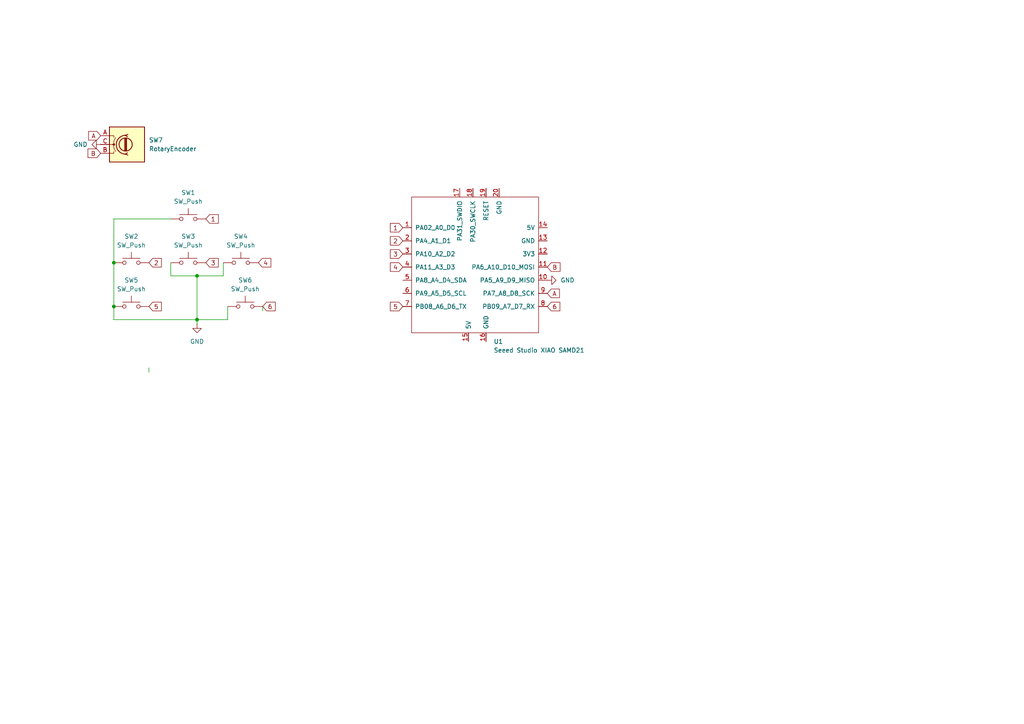
<source format=kicad_sch>
(kicad_sch (version 20231120) (generator "eeschema") (generator_version "8.0")
  (paper "A4")
  (lib_symbols
    (symbol "Device:RotaryEncoder" (pin_names (offset 0.254) hide)
      (property "Reference" "SW" (at 0 6.604 0))
      (property "Value" "RotaryEncoder" (at 0 -6.604 0))
      (symbol "RotaryEncoder_0_1"
        (rectangle (start -5.08 5.08) (end 5.08 -5.08) (stroke (width 0.254)) (fill (type background)))
        (circle (center -3.81 0) (radius 0.254) (fill (type outline)))
        (circle (center -0.381 0) (radius 1.905) (stroke (width 0.254)))
        (arc (start -0.381 2.667) (mid -3.0988 -0.0635) (end -0.381 -2.794) (stroke (width 0.254)))
        (polyline (pts (xy -0.635 -1.778) (xy -0.635 1.778)) (stroke (width 0.254)))
        (polyline (pts (xy -0.381 -1.778) (xy -0.381 1.778)) (stroke (width 0.254)))
        (polyline (pts (xy -0.127 1.778) (xy -0.127 -1.778)) (stroke (width 0.254)))
        (polyline (pts (xy -5.08 -2.54) (xy -3.81 -2.54) (xy -3.81 -2.032)))
        (polyline (pts (xy -5.08 2.54) (xy -3.81 2.54) (xy -3.81 2.032)))
        (polyline (pts (xy 0.254 -3.048) (xy -0.508 -2.794) (xy 0.127 -2.413)) (stroke (width 0.254)))
        (polyline (pts (xy 0.254 2.921) (xy -0.508 2.667) (xy 0.127 2.286)) (stroke (width 0.254)))
        (polyline (pts (xy -5.08 0) (xy -3.81 0) (xy -3.81 -1.016) (xy -3.302 -2.032)))
        (polyline (pts (xy -4.318 0) (xy -3.81 0) (xy -3.81 1.016) (xy -3.302 2.032)))
      )
      (symbol "RotaryEncoder_1_1"
        (pin passive line (at -7.62 2.54 0) (length 2.54) (name "A") (number "A"))
        (pin passive line (at -7.62 -2.54 0) (length 2.54) (name "B") (number "B"))
        (pin passive line (at -7.62 0 0) (length 2.54) (name "C") (number "C"))
      )
    )
    (symbol "Seeed_Studio_XIAO_Series:Seeed Studio XIAO SAMD21" (pin_names (offset 1.016))
      (property "Reference" "U" (at -19.05 22.86 0))
      (property "Value" "Seeed Studio XIAO SAMD21" (at -12.7 21.59 0))
      (symbol "Seeed Studio XIAO SAMD21_0_1"
        (rectangle (start -19.05 20.32) (end 17.78 -19.05))
      )
      (symbol "Seeed Studio XIAO SAMD21_1_1"
        (pin unspecified line (at -21.59 11.43 0) (length 2.54) (name "PA02_A0_D0") (number "1"))
        (pin unspecified line (at 20.32 -3.81 180) (length 2.54) (name "PA5_A9_D9_MISO") (number "10"))
        (pin unspecified line (at 20.32 0 180) (length 2.54) (name "PA6_A10_D10_MOSI") (number "11"))
        (pin unspecified line (at 20.32 3.81 180) (length 2.54) (name "3V3") (number "12"))
        (pin unspecified line (at 20.32 7.62 180) (length 2.54) (name "GND") (number "13"))
        (pin unspecified line (at 20.32 11.43 180) (length 2.54) (name "5V") (number "14"))
        (pin input line (at -2.54 -21.59 90) (length 2.54) (name "5V") (number "15"))
        (pin input line (at 2.54 -21.59 90) (length 2.54) (name "GND") (number "16"))
        (pin input line (at -5.08 22.86 270) (length 2.54) (name "PA31_SWDIO") (number "17"))
        (pin input line (at -1.27 22.86 270) (length 2.54) (name "PA30_SWCLK") (number "18"))
        (pin input line (at 2.54 22.86 270) (length 2.54) (name "RESET") (number "19"))
        (pin unspecified line (at -21.59 7.62 0) (length 2.54) (name "PA4_A1_D1") (number "2"))
        (pin input line (at 6.35 22.86 270) (length 2.54) (name "GND") (number "20"))
        (pin unspecified line (at -21.59 3.81 0) (length 2.54) (name "PA10_A2_D2") (number "3"))
        (pin unspecified line (at -21.59 0 0) (length 2.54) (name "PA11_A3_D3") (number "4"))
        (pin unspecified line (at -21.59 -3.81 0) (length 2.54) (name "PA8_A4_D4_SDA") (number "5"))
        (pin unspecified line (at -21.59 -7.62 0) (length 2.54) (name "PA9_A5_D5_SCL") (number "6"))
        (pin unspecified line (at -21.59 -11.43 0) (length 2.54) (name "PB08_A6_D6_TX") (number "7"))
        (pin unspecified line (at 20.32 -11.43 180) (length 2.54) (name "PB09_A7_D7_RX") (number "8"))
        (pin unspecified line (at 20.32 -7.62 180) (length 2.54) (name "PA7_A8_D8_SCK") (number "9"))
      )
    )
    (symbol "Switch:SW_Push" (pin_numbers hide) (pin_names (offset 1.016) hide)
      (property "Reference" "SW" (at 1.27 2.54 0))
      (property "Value" "SW_Push" (at 0 -1.524 0))
      (symbol "SW_Push_0_1"
        (circle (center -2.032 0) (radius 0.508))
        (polyline (pts (xy 0 1.27) (xy 0 3.048)))
        (polyline (pts (xy 2.54 1.27) (xy -2.54 1.27)))
        (circle (center 2.032 0) (radius 0.508))
        (pin passive line (at -5.08 0 0) (length 2.54) (name "1") (number "1"))
        (pin passive line (at 5.08 0 180) (length 2.54) (name "2") (number "2"))
      )
    )
    (symbol "power:GND" (power) (pin_numbers hide) (pin_names (offset 0) hide)
      (property "Value" "GND" (at 0 -3.81 0))
      (symbol "GND_0_1"
        (polyline (pts (xy 0 0) (xy 0 -1.27) (xy 1.27 -1.27) (xy 0 -2.54) (xy -1.27 -1.27) (xy 0 -1.27)))
      )
      (symbol "GND_1_1"
        (pin power_in line (at 0 0 270) (length 0) (name "~") (number "1"))
      )
    )
  )
  (junction (at 57.15 92.71))
  (junction (at 57.15 80.01))
  (junction (at 33.02 88.9))
  (junction (at 33.02 76.2))
  (wire (pts (xy 49.53 80.01) (xy 57.15 80.01)))
  (wire (pts (xy 43.18 106.68) (xy 43.18 107.95)))
  (wire (pts (xy 57.15 92.71) (xy 57.15 93.98)))
  (wire (pts (xy 76.2 90.17) (xy 76.2 88.9)))
  (wire (pts (xy 66.04 92.71) (xy 57.15 92.71)))
  (wire (pts (xy 66.04 88.9) (xy 66.04 92.71)))
  (wire (pts (xy 64.77 76.2) (xy 64.77 80.01)))
  (wire (pts (xy 64.77 80.01) (xy 57.15 80.01)))
  (wire (pts (xy 33.02 63.5) (xy 33.02 76.2)))
  (wire (pts (xy 33.02 88.9) (xy 33.02 92.71)))
  (wire (pts (xy 49.53 63.5) (xy 33.02 63.5)))
  (wire (pts (xy 33.02 92.71) (xy 57.15 92.71)))
  (wire (pts (xy 49.53 76.2) (xy 49.53 80.01)))
  (wire (pts (xy 33.02 76.2) (xy 33.02 88.9)))
  (wire (pts (xy 57.15 80.01) (xy 57.15 92.71)))
  (global_label "B" (shape input) (at 158.75 77.47 0) (property "Intersheetrefs" "${INTERSHEET_REFS}" (effects (hide yes))))
  (global_label "B" (shape input) (at 29.21 44.45 180) (property "Intersheetrefs" "${INTERSHEET_REFS}" (effects (hide yes))))
  (global_label "6" (shape input) (at 158.75 88.9 0) (property "Intersheetrefs" "${INTERSHEET_REFS}" (effects (hide yes))))
  (global_label "4" (shape input) (at 74.93 76.2 0) (property "Intersheetrefs" "${INTERSHEET_REFS}" (effects (hide yes))))
  (global_label "5" (shape input) (at 116.84 88.9 180) (property "Intersheetrefs" "${INTERSHEET_REFS}" (effects (hide yes))))
  (global_label "3" (shape input) (at 59.69 76.2 0) (property "Intersheetrefs" "${INTERSHEET_REFS}" (effects (hide yes))))
  (global_label "5" (shape input) (at 43.18 88.9 0) (property "Intersheetrefs" "${INTERSHEET_REFS}" (effects (hide yes))))
  (global_label "4" (shape input) (at 116.84 77.47 180) (property "Intersheetrefs" "${INTERSHEET_REFS}" (effects (hide yes))))
  (global_label "A" (shape input) (at 158.75 85.09 0) (property "Intersheetrefs" "${INTERSHEET_REFS}" (effects (hide yes))))
  (global_label "1" (shape input) (at 59.69 63.5 0) (property "Intersheetrefs" "${INTERSHEET_REFS}" (effects (hide yes))))
  (global_label "3" (shape input) (at 116.84 73.66 180) (property "Intersheetrefs" "${INTERSHEET_REFS}" (effects (hide yes))))
  (global_label "2" (shape input) (at 116.84 69.85 180) (property "Intersheetrefs" "${INTERSHEET_REFS}" (effects (hide yes))))
  (global_label "6" (shape input) (at 76.2 88.9 0) (property "Intersheetrefs" "${INTERSHEET_REFS}" (effects (hide yes))))
  (global_label "2" (shape input) (at 43.18 76.2 0) (property "Intersheetrefs" "${INTERSHEET_REFS}" (effects (hide yes))))
  (global_label "1" (shape input) (at 116.84 66.04 180) (property "Intersheetrefs" "${INTERSHEET_REFS}" (effects (hide yes))))
  (global_label "A" (shape input) (at 29.21 39.37 180) (property "Intersheetrefs" "${INTERSHEET_REFS}" (effects (hide yes))))
  (symbol (lib_id "Switch:SW_Push") (at 38.1 88.9 0) (unit 1)
    (property "Reference" "SW5" (at 38.1 81.28 0))
    (property "Value" "SW_Push" (at 38.1 83.82 0))
    (property "Footprint" "Button_Switch_Keyboard:SW_Cherry_MX_1.00u_PCB" (effects (hide yes)))
    (property "Description" "Push button switch, generic, two pins" (effects (hide yes)))
  )
  (symbol (lib_id "power:GND") (at 158.75 81.28 90) (unit 1)
    (property "Reference" "#PWR03" (effects (hide yes)))
    (property "Value" "GND" (at 162.56 81.2799 90) (effects (justify right)))
    (property "Description" "Power symbol creates a global label with name \"GND\" , ground" (effects (hide yes)))
  )
  (symbol (lib_id "Switch:SW_Push") (at 54.61 63.5 0) (unit 1)
    (property "Reference" "SW1" (at 54.61 55.88 0))
    (property "Value" "SW_Push" (at 54.61 58.42 0))
    (property "Footprint" "Button_Switch_Keyboard:SW_Cherry_MX_1.00u_PCB" (effects (hide yes)))
    (property "Description" "Push button switch, generic, two pins" (effects (hide yes)))
  )
  (symbol (lib_id "power:GND") (at 29.21 41.91 270) (unit 1)
    (property "Reference" "#PWR02" (effects (hide yes)))
    (property "Value" "GND" (at 25.4 41.9099 90) (effects (justify right)))
    (property "Description" "Power symbol creates a global label with name \"GND\" , ground" (effects (hide yes)))
  )
  (symbol (lib_id "Device:RotaryEncoder") (at 36.83 41.91 0) (unit 1)
    (property "Reference" "SW7" (at 43.18 40.6399 0) (effects (justify left)))
    (property "Value" "RotaryEncoder" (at 43.18 43.1799 0) (effects (justify left)))
    (property "Footprint" "Rotary_Encoder:RotaryEncoder_Alps_EC11E-Switch_Vertical_H20mm" (effects (hide yes)))
    (property "Description" "Rotary encoder, dual channel, incremental quadrate outputs" (effects (hide yes)))
  )
  (symbol (lib_id "power:GND") (at 57.15 93.98 0) (unit 1)
    (property "Reference" "#PWR01" (effects (hide yes)))
    (property "Value" "GND" (at 57.15 99.06 0))
    (property "Description" "Power symbol creates a global label with name \"GND\" , ground" (effects (hide yes)))
  )
  (symbol (lib_id "Switch:SW_Push") (at 71.12 88.9 0) (unit 1)
    (property "Reference" "SW6" (at 71.12 81.28 0))
    (property "Value" "SW_Push" (at 71.12 83.82 0))
    (property "Footprint" "Button_Switch_Keyboard:SW_Cherry_MX_1.00u_PCB" (effects (hide yes)))
    (property "Description" "Push button switch, generic, two pins" (effects (hide yes)))
  )
  (symbol (lib_id "Switch:SW_Push") (at 69.85 76.2 0) (unit 1)
    (property "Reference" "SW4" (at 69.85 68.58 0))
    (property "Value" "SW_Push" (at 69.85 71.12 0))
    (property "Footprint" "Button_Switch_Keyboard:SW_Cherry_MX_1.00u_PCB" (effects (hide yes)))
    (property "Description" "Push button switch, generic, two pins" (effects (hide yes)))
  )
  (symbol (lib_id "Switch:SW_Push") (at 54.61 76.2 0) (unit 1)
    (property "Reference" "SW3" (at 54.61 68.58 0))
    (property "Value" "SW_Push" (at 54.61 71.12 0))
    (property "Footprint" "Button_Switch_Keyboard:SW_Cherry_MX_1.00u_PCB" (effects (hide yes)))
    (property "Description" "Push button switch, generic, two pins" (effects (hide yes)))
  )
  (symbol (lib_id "Seeed_Studio_XIAO_Series:Seeed Studio XIAO SAMD21") (at 138.43 77.47 0) (unit 1)
    (property "Reference" "U1" (at 143.1641 99.06 0) (effects (justify left)))
    (property "Value" "Seeed Studio XIAO SAMD21" (at 143.1641 101.6 0) (effects (justify left)))
    (property "Footprint" "Seeed Studio XIAO Series Library:XIAO-Generic-Thruhole-14P-2.54-21X17.8MM" (effects (hide yes)))
  )
  (symbol (lib_id "Switch:SW_Push") (at 38.1 76.2 0) (unit 1)
    (property "Reference" "SW2" (at 38.1 68.58 0))
    (property "Value" "SW_Push" (at 38.1 71.12 0))
    (property "Footprint" "Button_Switch_Keyboard:SW_Cherry_MX_1.00u_PCB" (effects (hide yes)))
    (property "Description" "Push button switch, generic, two pins" (effects (hide yes)))
  )
)
</source>
